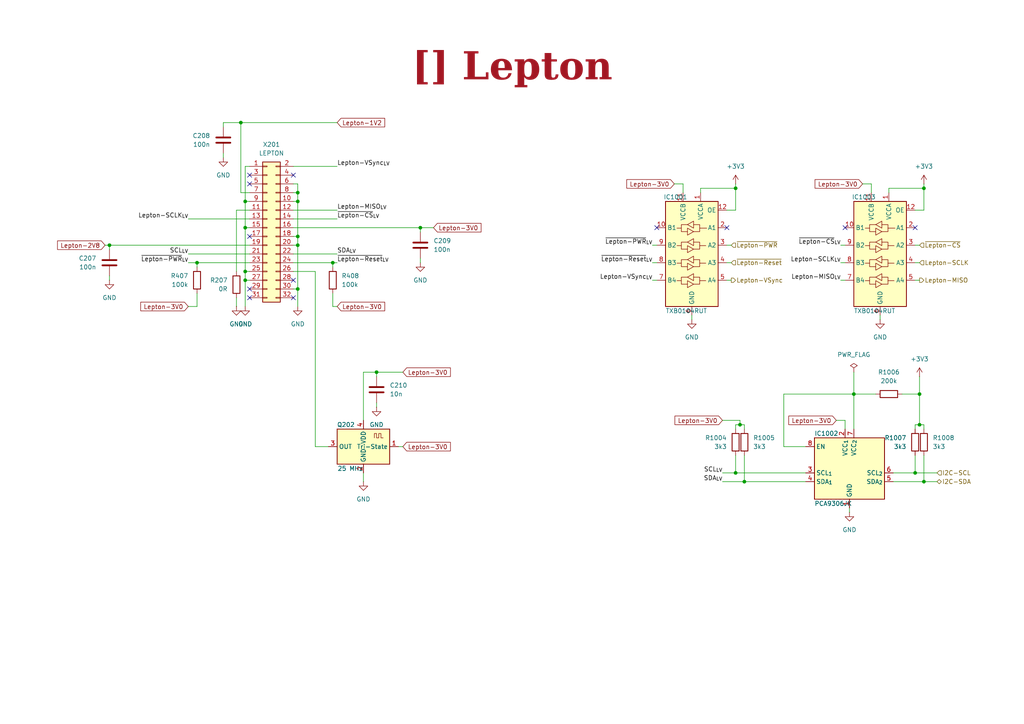
<source format=kicad_sch>
(kicad_sch (version 20250114) (generator "eeschema") (generator_version "9.0")
  (paper "A4")
  (title_block (title "Lepton") (date "2025-12-19") (rev "1") (company "${COMPANY}"))
  (lib_symbols
    (symbol "Connector_Generic:Conn_02x16_Odd_Even" (pin_names (offset 1.016) (hide yes))
      (property "Reference" "J" (at 1.27 20.32 0))
      (property "Value" "Conn_02x16_Odd_Even" (at 1.27 -22.86 0))
      (symbol "Conn_02x16_Odd_Even_1_1"
        (rectangle (start -1.27 19.05) (end 3.81 -21.59) (stroke (width 0.254)) (fill (type background)))
        (rectangle (start -1.27 17.907) (end 0 17.653) (stroke (width 0.1524)))
        (rectangle (start -1.27 15.367) (end 0 15.113) (stroke (width 0.1524)))
        (rectangle (start -1.27 12.827) (end 0 12.573) (stroke (width 0.1524)))
        (rectangle (start -1.27 10.287) (end 0 10.033) (stroke (width 0.1524)))
        (rectangle (start -1.27 7.747) (end 0 7.493) (stroke (width 0.1524)))
        (rectangle (start -1.27 5.207) (end 0 4.953) (stroke (width 0.1524)))
        (rectangle (start -1.27 2.667) (end 0 2.413) (stroke (width 0.1524)))
        (rectangle (start -1.27 0.127) (end 0 -0.127) (stroke (width 0.1524)))
        (rectangle (start -1.27 -2.413) (end 0 -2.667) (stroke (width 0.1524)))
        (rectangle (start -1.27 -4.953) (end 0 -5.207) (stroke (width 0.1524)))
        (rectangle (start -1.27 -7.493) (end 0 -7.747) (stroke (width 0.1524)))
        (rectangle (start -1.27 -10.033) (end 0 -10.287) (stroke (width 0.1524)))
        (rectangle (start -1.27 -12.573) (end 0 -12.827) (stroke (width 0.1524)))
        (rectangle (start -1.27 -15.113) (end 0 -15.367) (stroke (width 0.1524)))
        (rectangle (start -1.27 -17.653) (end 0 -17.907) (stroke (width 0.1524)))
        (rectangle (start -1.27 -20.193) (end 0 -20.447) (stroke (width 0.1524)))
        (rectangle (start 3.81 17.907) (end 2.54 17.653) (stroke (width 0.1524)))
        (rectangle (start 3.81 15.367) (end 2.54 15.113) (stroke (width 0.1524)))
        (rectangle (start 3.81 12.827) (end 2.54 12.573) (stroke (width 0.1524)))
        (rectangle (start 3.81 10.287) (end 2.54 10.033) (stroke (width 0.1524)))
        (rectangle (start 3.81 7.747) (end 2.54 7.493) (stroke (width 0.1524)))
        (rectangle (start 3.81 5.207) (end 2.54 4.953) (stroke (width 0.1524)))
        (rectangle (start 3.81 2.667) (end 2.54 2.413) (stroke (width 0.1524)))
        (rectangle (start 3.81 0.127) (end 2.54 -0.127) (stroke (width 0.1524)))
        (rectangle (start 3.81 -2.413) (end 2.54 -2.667) (stroke (width 0.1524)))
        (rectangle (start 3.81 -4.953) (end 2.54 -5.207) (stroke (width 0.1524)))
        (rectangle (start 3.81 -7.493) (end 2.54 -7.747) (stroke (width 0.1524)))
        (rectangle (start 3.81 -10.033) (end 2.54 -10.287) (stroke (width 0.1524)))
        (rectangle (start 3.81 -12.573) (end 2.54 -12.827) (stroke (width 0.1524)))
        (rectangle (start 3.81 -15.113) (end 2.54 -15.367) (stroke (width 0.1524)))
        (rectangle (start 3.81 -17.653) (end 2.54 -17.907) (stroke (width 0.1524)))
        (rectangle (start 3.81 -20.193) (end 2.54 -20.447) (stroke (width 0.1524)))
        (pin passive line (at -5.08 17.78 0) (length 3.81) (name "Pin_1") (number "1"))
        (pin passive line (at -5.08 15.24 0) (length 3.81) (name "Pin_3") (number "3"))
        (pin passive line (at -5.08 12.7 0) (length 3.81) (name "Pin_5") (number "5"))
        (pin passive line (at -5.08 10.16 0) (length 3.81) (name "Pin_7") (number "7"))
        (pin passive line (at -5.08 7.62 0) (length 3.81) (name "Pin_9") (number "9"))
        (pin passive line (at -5.08 5.08 0) (length 3.81) (name "Pin_11") (number "11"))
        (pin passive line (at -5.08 2.54 0) (length 3.81) (name "Pin_13") (number "13"))
        (pin passive line (at -5.08 0 0) (length 3.81) (name "Pin_15") (number "15"))
        (pin passive line (at -5.08 -2.54 0) (length 3.81) (name "Pin_17") (number "17"))
        (pin passive line (at -5.08 -5.08 0) (length 3.81) (name "Pin_19") (number "19"))
        (pin passive line (at -5.08 -7.62 0) (length 3.81) (name "Pin_21") (number "21"))
        (pin passive line (at -5.08 -10.16 0) (length 3.81) (name "Pin_23") (number "23"))
        (pin passive line (at -5.08 -12.7 0) (length 3.81) (name "Pin_25") (number "25"))
        (pin passive line (at -5.08 -15.24 0) (length 3.81) (name "Pin_27") (number "27"))
        (pin passive line (at -5.08 -17.78 0) (length 3.81) (name "Pin_29") (number "29"))
        (pin passive line (at -5.08 -20.32 0) (length 3.81) (name "Pin_31") (number "31"))
        (pin passive line (at 7.62 17.78 180) (length 3.81) (name "Pin_2") (number "2"))
        (pin passive line (at 7.62 15.24 180) (length 3.81) (name "Pin_4") (number "4"))
        (pin passive line (at 7.62 12.7 180) (length 3.81) (name "Pin_6") (number "6"))
        (pin passive line (at 7.62 10.16 180) (length 3.81) (name "Pin_8") (number "8"))
        (pin passive line (at 7.62 7.62 180) (length 3.81) (name "Pin_10") (number "10"))
        (pin passive line (at 7.62 5.08 180) (length 3.81) (name "Pin_12") (number "12"))
        (pin passive line (at 7.62 2.54 180) (length 3.81) (name "Pin_14") (number "14"))
        (pin passive line (at 7.62 0 180) (length 3.81) (name "Pin_16") (number "16"))
        (pin passive line (at 7.62 -2.54 180) (length 3.81) (name "Pin_18") (number "18"))
        (pin passive line (at 7.62 -5.08 180) (length 3.81) (name "Pin_20") (number "20"))
        (pin passive line (at 7.62 -7.62 180) (length 3.81) (name "Pin_22") (number "22"))
        (pin passive line (at 7.62 -10.16 180) (length 3.81) (name "Pin_24") (number "24"))
        (pin passive line (at 7.62 -12.7 180) (length 3.81) (name "Pin_26") (number "26"))
        (pin passive line (at 7.62 -15.24 180) (length 3.81) (name "Pin_28") (number "28"))
        (pin passive line (at 7.62 -17.78 180) (length 3.81) (name "Pin_30") (number "30"))
        (pin passive line (at 7.62 -20.32 180) (length 3.81) (name "Pin_32") (number "32"))
      )
    )
    (symbol "Device:C" (pin_numbers (hide yes)) (pin_names (offset 0.254))
      (property "Reference" "C" (at 0.635 2.54 0))
      (property "Value" "C" (at 0.635 -2.54 0))
      (symbol "C_0_1"
        (polyline (pts (xy -2.032 0.762) (xy 2.032 0.762)) (stroke (width 0.508)))
        (polyline (pts (xy -2.032 -0.762) (xy 2.032 -0.762)) (stroke (width 0.508)))
      )
      (symbol "C_1_1"
        (pin passive line (at 0 3.81 270) (length 2.794) (name "~") (number "1"))
        (pin passive line (at 0 -3.81 90) (length 2.794) (name "~") (number "2"))
      )
    )
    (symbol "Device:R" (pin_numbers (hide yes)) (pin_names (offset 0))
      (property "Reference" "R" (at 2.032 0 90))
      (property "Value" "R" (at 0 0 90))
      (symbol "R_0_1"
        (rectangle (start -1.016 -2.54) (end 1.016 2.54) (stroke (width 0.254)))
      )
      (symbol "R_1_1"
        (pin passive line (at 0 3.81 270) (length 1.27) (name "~") (number "1"))
        (pin passive line (at 0 -3.81 90) (length 1.27) (name "~") (number "2"))
      )
    )
    (symbol "Logic_LevelTranslator:TXB0104RUT"
      (property "Reference" "U" (at -6.35 16.51 0))
      (property "Value" "TXB0104RUT" (at 3.81 16.51 0))
      (symbol "TXB0104RUT_0_1"
        (rectangle (start -7.62 15.24) (end 7.62 -15.24) (stroke (width 0.254)) (fill (type background)))
        (polyline (pts (xy -2.286 7.493) (xy -2.286 8.509) (xy -0.508 8.509)))
        (polyline (pts (xy -2.286 2.413) (xy -2.286 3.429) (xy -0.508 3.429)))
        (polyline (pts (xy -2.286 -2.667) (xy -2.286 -1.651) (xy -0.508 -1.651)))
        (polyline (pts (xy -2.286 -7.747) (xy -2.286 -6.731) (xy -0.508 -6.731)))
        (polyline (pts (xy -0.508 6.477) (xy -2.286 6.477) (xy -2.286 7.493) (xy -4.318 7.493)))
        (polyline (pts (xy -0.508 6.477) (xy 1.27 7.493) (xy 1.27 5.461) (xy -0.508 6.477)))
        (polyline (pts (xy -0.508 1.397) (xy -2.286 1.397) (xy -2.286 2.413) (xy -4.064 2.413)))
        (polyline (pts (xy -0.508 1.397) (xy 1.27 2.413) (xy 1.27 0.381) (xy -0.508 1.397)))
        (polyline (pts (xy -0.508 -3.683) (xy -2.286 -3.683) (xy -2.286 -2.667) (xy -4.064 -2.667)))
        (polyline (pts (xy -0.508 -3.683) (xy 1.27 -2.667) (xy 1.27 -4.699) (xy -0.508 -3.683)))
        (polyline (pts (xy -0.508 -8.763) (xy -2.286 -8.763) (xy -2.286 -7.747) (xy -4.064 -7.747)))
        (polyline (pts (xy -0.508 -8.763) (xy 1.27 -7.747) (xy 1.27 -9.779) (xy -0.508 -8.763)))
        (polyline (pts (xy 1.27 8.509) (xy -0.508 7.493) (xy -0.508 9.525) (xy 1.27 8.509)))
        (polyline (pts (xy 1.27 8.509) (xy 3.048 8.509) (xy 3.048 7.493) (xy 4.318 7.493)))
        (polyline (pts (xy 1.27 3.429) (xy -0.508 2.413) (xy -0.508 4.445) (xy 1.27 3.429)))
        (polyline (pts (xy 1.27 3.429) (xy 3.048 3.429) (xy 3.048 2.413) (xy 4.318 2.413)))
        (polyline (pts (xy 1.27 -1.651) (xy -0.508 -2.667) (xy -0.508 -0.635) (xy 1.27 -1.651)))
        (polyline (pts (xy 1.27 -1.651) (xy 3.048 -1.651) (xy 3.048 -2.667) (xy 4.318 -2.667)))
        (polyline (pts (xy 1.27 -6.731) (xy -0.508 -7.747) (xy -0.508 -5.715) (xy 1.27 -6.731)))
        (polyline (pts (xy 1.27 -6.731) (xy 3.048 -6.731) (xy 3.048 -7.747) (xy 4.318 -7.747)))
        (polyline (pts (xy 3.048 7.493) (xy 3.048 6.477) (xy 1.27 6.477)))
        (polyline (pts (xy 3.048 2.413) (xy 3.048 1.397) (xy 1.27 1.397)))
        (polyline (pts (xy 3.048 -2.667) (xy 3.048 -3.683) (xy 1.27 -3.683)))
        (polyline (pts (xy 3.048 -7.747) (xy 3.048 -8.763) (xy 1.27 -8.763)))
      )
      (symbol "TXB0104RUT_1_1"
        (pin input line (at -10.16 12.7 0) (length 2.54) (name "OE") (number "12"))
        (pin tri_state line (at -10.16 7.62 0) (length 2.54) (name "A1") (number "2"))
        (pin tri_state line (at -10.16 2.54 0) (length 2.54) (name "A2") (number "3"))
        (pin tri_state line (at -10.16 -2.54 0) (length 2.54) (name "A3") (number "4"))
        (pin tri_state line (at -10.16 -7.62 0) (length 2.54) (name "A4") (number "5"))
        (pin power_in line (at -2.54 17.78 270) (length 2.54) (name "VCCA") (number "1"))
        (pin power_in line (at 0 -17.78 90) (length 2.54) (name "GND") (number "6"))
        (pin power_in line (at 2.54 17.78 270) (length 2.54) (name "VCCB") (number "11"))
        (pin tri_state line (at 10.16 7.62 180) (length 2.54) (name "B1") (number "10"))
        (pin tri_state line (at 10.16 2.54 180) (length 2.54) (name "B2") (number "9"))
        (pin tri_state line (at 10.16 -2.54 180) (length 2.54) (name "B3") (number "8"))
        (pin tri_state line (at 10.16 -7.62 180) (length 2.54) (name "B4") (number "7"))
      )
    )
    (symbol "NXP:PCA9306JK"
      (property "Reference" "IC" (at -8.89 10.16 0))
      (property "Value" "PCA9306JKZ" (at -4.826 -10.16 0))
      (symbol "PCA9306JK_0_0"
        (rectangle (start -10.16 8.89) (end 10.16 -8.89) (stroke (width 0.254)) (fill (type background)))
      )
      (symbol "PCA9306JK_1_0"
        (pin input line (at -12.7 6.35 0) (length 2.54) (name "EN") (number "8"))
        (pin bidirectional line (at -12.7 -1.27 0) (length 2.54) (name "SCL_{1}") (number "3"))
        (pin bidirectional line (at -12.7 -3.81 0) (length 2.54) (name "SDA_{1}") (number "4"))
        (pin power_in line (at -1.27 11.43 270) (length 2.54) (name "VCC_{1}") (number "2"))
        (pin power_in line (at 0 -11.43 90) (length 2.54) (name "GND") (number "1"))
        (pin power_in line (at 1.27 11.43 270) (length 2.54) (name "VCC_{2}") (number "7"))
        (pin bidirectional line (at 12.7 -1.27 180) (length 2.54) (name "SCL_{2}") (number "6"))
        (pin bidirectional line (at 12.7 -3.81 180) (length 2.54) (name "SDA_{2}") (number "5"))
      )
    )
    (symbol "Oscillator:ASCO"
      (property "Reference" "Y" (at -7.62 6.35 0))
      (property "Value" "ASCO" (at 1.27 -6.35 0))
      (symbol "ASCO_0_1"
        (rectangle (start -7.62 5.08) (end 7.62 -5.08) (stroke (width 0.254)) (fill (type background)))
        (polyline (pts (xy -5.715 2.54) (xy -5.08 2.54) (xy -5.08 3.81) (xy -4.445 3.81) (xy -4.445 2.54) (xy -3.81 2.54) (xy -3.81 3.81) (xy -3.175 3.81) (xy -3.175 2.54)))
      )
      (symbol "ASCO_1_1"
        (pin input line (at -10.16 0 0) (length 2.54) (name "Tri-State") (number "1"))
        (pin power_in line (at 0 7.62 270) (length 2.54) (name "VDD") (number "4"))
        (pin power_in line (at 0 -7.62 90) (length 2.54) (name "GND") (number "2"))
        (pin output line (at 10.16 0 180) (length 2.54) (name "OUT") (number "3"))
      )
    )
    (symbol "power:+3V3" (power) (pin_numbers (hide yes)) (pin_names (offset 0) (hide yes))
      (property "Value" "+3V3" (at 0 3.556 0))
      (symbol "+3V3_0_1"
        (polyline (pts (xy -0.762 1.27) (xy 0 2.54)))
        (polyline (pts (xy 0 2.54) (xy 0.762 1.27)))
        (polyline (pts (xy 0 0) (xy 0 2.54)))
      )
      (symbol "+3V3_1_1"
        (pin power_in line (at 0 0 90) (length 0) (name "~") (number "1"))
      )
    )
    (symbol "power:GND" (power) (pin_numbers (hide yes)) (pin_names (offset 0) (hide yes))
      (property "Value" "GND" (at 0 -3.81 0))
      (symbol "GND_0_1"
        (polyline (pts (xy 0 0) (xy 0 -1.27) (xy 1.27 -1.27) (xy 0 -2.54) (xy -1.27 -1.27) (xy 0 -1.27)))
      )
      (symbol "GND_1_1"
        (pin power_in line (at 0 0 270) (length 0) (name "~") (number "1"))
      )
    )
    (symbol "power:PWR_FLAG" (power) (pin_numbers (hide yes)) (pin_names (offset 0) (hide yes))
      (property "Value" "PWR_FLAG" (at 0 3.81 0))
      (symbol "PWR_FLAG_0_0"
        (pin power_out line (at 0 0 90) (length 0) (name "~") (number "1"))
      )
      (symbol "PWR_FLAG_0_1"
        (polyline (pts (xy 0 0) (xy 0 1.27) (xy -1.016 1.905) (xy 0 2.54) (xy 1.016 1.905) (xy 0 1.27)))
      )
    )
  )
  (text_box "[${#}] ${TITLE}" (at 12.7 12.7 0) (size 271.78 13.97) (margins 5.9999 5.9999 5.9999 5.9999) (stroke (width -0.0001)) (effects (font (size 8 8) (thickness 1.2) (bold yes))))
  (junction (at 86.36 55.88))
  (junction (at 69.85 35.56))
  (junction (at 57.15 76.2))
  (junction (at 109.22 107.95))
  (junction (at 267.97 54.61))
  (junction (at 213.36 137.16))
  (junction (at 31.75 71.12))
  (junction (at 71.12 81.28))
  (junction (at 214.63 123.19))
  (junction (at 96.52 76.2))
  (junction (at 71.12 66.04))
  (junction (at 213.36 54.61))
  (junction (at 215.9 139.7))
  (junction (at 86.36 71.12))
  (junction (at 267.97 139.7))
  (junction (at 71.12 58.42))
  (junction (at 247.65 114.3))
  (junction (at 266.7 123.19))
  (junction (at 265.43 137.16))
  (junction (at 71.12 78.74))
  (junction (at 86.36 68.58))
  (junction (at 121.92 66.04))
  (junction (at 86.36 58.42))
  (junction (at 266.7 114.3))
  (junction (at 86.36 83.82))
  (no_connect (at 72.39 50.8))
  (no_connect (at 210.82 66.04))
  (no_connect (at 72.39 83.82))
  (no_connect (at 72.39 68.58))
  (no_connect (at 190.5 66.04))
  (no_connect (at 265.43 66.04))
  (no_connect (at 72.39 53.34))
  (no_connect (at 72.39 86.36))
  (no_connect (at 85.09 86.36))
  (no_connect (at 85.09 81.28))
  (no_connect (at 85.09 50.8))
  (no_connect (at 245.11 66.04))
  (wire (pts (xy 266.7 109.22) (xy 266.7 114.3)))
  (wire (pts (xy 116.84 129.54) (xy 115.57 129.54)))
  (wire (pts (xy 86.36 53.34) (xy 86.36 55.88)))
  (wire (pts (xy 85.09 68.58) (xy 86.36 68.58)))
  (wire (pts (xy 259.08 137.16) (xy 265.43 137.16)))
  (wire (pts (xy 265.43 81.28) (xy 266.7 81.28)))
  (wire (pts (xy 267.97 60.96) (xy 265.43 60.96)))
  (wire (pts (xy 214.63 123.19) (xy 214.63 121.92)))
  (wire (pts (xy 105.41 137.16) (xy 105.41 139.7)))
  (wire (pts (xy 85.09 66.04) (xy 121.92 66.04)))
  (wire (pts (xy 265.43 76.2) (xy 266.7 76.2)))
  (wire (pts (xy 57.15 77.47) (xy 57.15 76.2)))
  (wire (pts (xy 246.38 147.32) (xy 246.38 148.59)))
  (wire (pts (xy 109.22 107.95) (xy 109.22 109.22)))
  (wire (pts (xy 105.41 107.95) (xy 109.22 107.95)))
  (wire (pts (xy 215.9 123.19) (xy 215.9 124.46)))
  (wire (pts (xy 68.58 86.36) (xy 68.58 88.9)))
  (wire (pts (xy 267.97 53.34) (xy 267.97 54.61)))
  (wire (pts (xy 255.27 91.44) (xy 255.27 92.71)))
  (wire (pts (xy 31.75 80.01) (xy 31.75 81.28)))
  (wire (pts (xy 213.36 132.08) (xy 213.36 137.16)))
  (wire (pts (xy 213.36 137.16) (xy 233.68 137.16)))
  (wire (pts (xy 267.97 132.08) (xy 267.97 139.7)))
  (wire (pts (xy 243.84 76.2) (xy 245.11 76.2)))
  (wire (pts (xy 64.77 35.56) (xy 69.85 35.56)))
  (wire (pts (xy 213.36 60.96) (xy 210.82 60.96)))
  (wire (pts (xy 247.65 114.3) (xy 254 114.3)))
  (wire (pts (xy 203.2 54.61) (xy 203.2 55.88)))
  (wire (pts (xy 250.19 53.34) (xy 252.73 53.34)))
  (wire (pts (xy 265.43 132.08) (xy 265.43 137.16)))
  (wire (pts (xy 189.23 76.2) (xy 190.5 76.2)))
  (wire (pts (xy 85.09 48.26) (xy 97.79 48.26)))
  (wire (pts (xy 267.97 54.61) (xy 267.97 60.96)))
  (wire (pts (xy 189.23 71.12) (xy 190.5 71.12)))
  (wire (pts (xy 267.97 124.46) (xy 267.97 123.19)))
  (wire (pts (xy 54.61 63.5) (xy 72.39 63.5)))
  (wire (pts (xy 85.09 60.96) (xy 97.79 60.96)))
  (wire (pts (xy 85.09 83.82) (xy 86.36 83.82)))
  (wire (pts (xy 96.52 76.2) (xy 96.52 77.47)))
  (wire (pts (xy 91.44 78.74) (xy 85.09 78.74)))
  (wire (pts (xy 116.84 107.95) (xy 109.22 107.95)))
  (wire (pts (xy 57.15 88.9) (xy 57.15 85.09)))
  (wire (pts (xy 57.15 76.2) (xy 72.39 76.2)))
  (wire (pts (xy 71.12 58.42) (xy 72.39 58.42)))
  (wire (pts (xy 105.41 121.92) (xy 105.41 107.95)))
  (wire (pts (xy 72.39 48.26) (xy 71.12 48.26)))
  (wire (pts (xy 215.9 139.7) (xy 233.68 139.7)))
  (wire (pts (xy 71.12 58.42) (xy 71.12 66.04)))
  (wire (pts (xy 257.81 54.61) (xy 267.97 54.61)))
  (wire (pts (xy 203.2 54.61) (xy 213.36 54.61)))
  (wire (pts (xy 259.08 139.7) (xy 267.97 139.7)))
  (wire (pts (xy 266.7 123.19) (xy 265.43 123.19)))
  (wire (pts (xy 54.61 88.9) (xy 57.15 88.9)))
  (wire (pts (xy 267.97 123.19) (xy 266.7 123.19)))
  (wire (pts (xy 267.97 139.7) (xy 271.78 139.7)))
  (wire (pts (xy 266.7 114.3) (xy 266.7 123.19)))
  (wire (pts (xy 245.11 121.92) (xy 245.11 124.46)))
  (wire (pts (xy 85.09 63.5) (xy 97.79 63.5)))
  (wire (pts (xy 227.33 114.3) (xy 247.65 114.3)))
  (wire (pts (xy 209.55 139.7) (xy 215.9 139.7)))
  (wire (pts (xy 210.82 71.12) (xy 212.09 71.12)))
  (wire (pts (xy 200.66 91.44) (xy 200.66 92.71)))
  (wire (pts (xy 189.23 81.28) (xy 190.5 81.28)))
  (wire (pts (xy 71.12 78.74) (xy 71.12 81.28)))
  (wire (pts (xy 265.43 71.12) (xy 266.7 71.12)))
  (wire (pts (xy 72.39 81.28) (xy 71.12 81.28)))
  (wire (pts (xy 86.36 58.42) (xy 86.36 68.58)))
  (wire (pts (xy 86.36 83.82) (xy 86.36 88.9)))
  (wire (pts (xy 71.12 48.26) (xy 71.12 58.42)))
  (wire (pts (xy 252.73 53.34) (xy 252.73 55.88)))
  (wire (pts (xy 71.12 78.74) (xy 72.39 78.74)))
  (wire (pts (xy 86.36 68.58) (xy 86.36 71.12)))
  (wire (pts (xy 247.65 107.95) (xy 247.65 114.3)))
  (wire (pts (xy 54.61 73.66) (xy 72.39 73.66)))
  (wire (pts (xy 96.52 88.9) (xy 97.79 88.9)))
  (wire (pts (xy 215.9 132.08) (xy 215.9 139.7)))
  (wire (pts (xy 64.77 35.56) (xy 64.77 36.83)))
  (wire (pts (xy 121.92 74.93) (xy 121.92 76.2)))
  (wire (pts (xy 31.75 71.12) (xy 72.39 71.12)))
  (wire (pts (xy 72.39 55.88) (xy 69.85 55.88)))
  (wire (pts (xy 86.36 55.88) (xy 86.36 58.42)))
  (wire (pts (xy 195.58 53.34) (xy 198.12 53.34)))
  (wire (pts (xy 68.58 60.96) (xy 72.39 60.96)))
  (wire (pts (xy 257.81 54.61) (xy 257.81 55.88)))
  (wire (pts (xy 97.79 76.2) (xy 96.52 76.2)))
  (wire (pts (xy 121.92 66.04) (xy 121.92 67.31)))
  (wire (pts (xy 71.12 66.04) (xy 72.39 66.04)))
  (wire (pts (xy 213.36 54.61) (xy 213.36 60.96)))
  (wire (pts (xy 30.48 71.12) (xy 31.75 71.12)))
  (wire (pts (xy 227.33 129.54) (xy 233.68 129.54)))
  (wire (pts (xy 209.55 137.16) (xy 213.36 137.16)))
  (wire (pts (xy 71.12 66.04) (xy 71.12 78.74)))
  (wire (pts (xy 91.44 129.54) (xy 91.44 78.74)))
  (wire (pts (xy 212.09 81.28) (xy 210.82 81.28)))
  (wire (pts (xy 243.84 71.12) (xy 245.11 71.12)))
  (wire (pts (xy 31.75 71.12) (xy 31.75 72.39)))
  (wire (pts (xy 96.52 85.09) (xy 96.52 88.9)))
  (wire (pts (xy 213.36 124.46) (xy 213.36 123.19)))
  (wire (pts (xy 85.09 58.42) (xy 86.36 58.42)))
  (wire (pts (xy 198.12 53.34) (xy 198.12 55.88)))
  (wire (pts (xy 247.65 114.3) (xy 247.65 124.46)))
  (wire (pts (xy 64.77 44.45) (xy 64.77 45.72)))
  (wire (pts (xy 210.82 76.2) (xy 212.09 76.2)))
  (wire (pts (xy 91.44 129.54) (xy 95.25 129.54)))
  (wire (pts (xy 85.09 55.88) (xy 86.36 55.88)))
  (wire (pts (xy 109.22 116.84) (xy 109.22 118.11)))
  (wire (pts (xy 69.85 35.56) (xy 97.79 35.56)))
  (wire (pts (xy 214.63 123.19) (xy 215.9 123.19)))
  (wire (pts (xy 68.58 60.96) (xy 68.58 78.74)))
  (wire (pts (xy 121.92 66.04) (xy 125.73 66.04)))
  (wire (pts (xy 209.55 121.92) (xy 214.63 121.92)))
  (wire (pts (xy 85.09 71.12) (xy 86.36 71.12)))
  (wire (pts (xy 261.62 114.3) (xy 266.7 114.3)))
  (wire (pts (xy 69.85 35.56) (xy 69.85 55.88)))
  (wire (pts (xy 265.43 123.19) (xy 265.43 124.46)))
  (wire (pts (xy 227.33 114.3) (xy 227.33 129.54)))
  (wire (pts (xy 213.36 53.34) (xy 213.36 54.61)))
  (wire (pts (xy 213.36 123.19) (xy 214.63 123.19)))
  (wire (pts (xy 86.36 71.12) (xy 86.36 83.82)))
  (wire (pts (xy 96.52 76.2) (xy 85.09 76.2)))
  (wire (pts (xy 242.57 121.92) (xy 245.11 121.92)))
  (wire (pts (xy 71.12 81.28) (xy 71.12 88.9)))
  (wire (pts (xy 265.43 137.16) (xy 271.78 137.16)))
  (wire (pts (xy 85.09 53.34) (xy 86.36 53.34)))
  (wire (pts (xy 54.61 76.2) (xy 57.15 76.2)))
  (wire (pts (xy 85.09 73.66) (xy 97.79 73.66)))
  (wire (pts (xy 243.84 81.28) (xy 245.11 81.28)))
  (label "~{Lepton-CS}_{LV}" (at 97.79 63.5 0))
  (label "SDA_{LV}" (at 209.55 139.7 180))
  (label "~{Lepton-CS}_{LV}" (at 243.84 71.12 180))
  (label "Lepton-SCLK_{LV}" (at 54.61 63.5 180))
  (label "SDA_{LV}" (at 97.79 73.66 0))
  (label "~{Lepton-PWR}_{LV}" (at 54.61 76.2 180))
  (label "SCL_{LV}" (at 54.61 73.66 180))
  (label "~{Lepton-Reset}_{LV}" (at 189.23 76.2 180))
  (label "Lepton-VSync_{LV}" (at 189.23 81.28 180))
  (label "Lepton-MISO_{LV}" (at 97.79 60.96 0))
  (label "~{Lepton-PWR}_{LV}" (at 189.23 71.12 180))
  (label "~{Lepton-Reset}_{LV}" (at 97.79 76.2 0))
  (label "SCL_{LV}" (at 209.55 137.16 180))
  (label "Lepton-MISO_{LV}" (at 243.84 81.28 180))
  (label "Lepton-VSync_{LV}" (at 97.79 48.26 0))
  (label "Lepton-SCLK_{LV}" (at 243.84 76.2 180))
  (global_label "Lepton-3V0" (shape input) (at 116.84 129.54 0) (property "Intersheetrefs" "${INTERSHEET_REFS}" (effects (hide yes))))
  (global_label "Lepton-3V0" (shape input) (at 125.73 66.04 0) (property "Intersheetrefs" "${INTERSHEET_REFS}" (effects (hide yes))))
  (global_label "Lepton-3V0" (shape input) (at 209.55 121.92 180) (property "Intersheetrefs" "${INTERSHEET_REFS}" (effects (hide yes))))
  (global_label "Lepton-2V8" (shape input) (at 30.48 71.12 180) (property "Intersheetrefs" "${INTERSHEET_REFS}" (effects (hide yes))))
  (global_label "Lepton-3V0" (shape input) (at 195.58 53.34 180) (property "Intersheetrefs" "${INTERSHEET_REFS}" (effects (hide yes))))
  (global_label "Lepton-3V0" (shape input) (at 242.57 121.92 180) (property "Intersheetrefs" "${INTERSHEET_REFS}" (effects (hide yes))))
  (global_label "Lepton-3V0" (shape input) (at 97.79 88.9 0) (property "Intersheetrefs" "${INTERSHEET_REFS}" (effects (hide yes))))
  (global_label "Lepton-1V2" (shape input) (at 97.79 35.56 0) (property "Intersheetrefs" "${INTERSHEET_REFS}" (effects (hide yes))))
  (global_label "Lepton-3V0" (shape input) (at 250.19 53.34 180) (property "Intersheetrefs" "${INTERSHEET_REFS}" (effects (hide yes))))
  (global_label "Lepton-3V0" (shape input) (at 116.84 107.95 0) (property "Intersheetrefs" "${INTERSHEET_REFS}" (effects (hide yes))))
  (global_label "Lepton-3V0" (shape input) (at 54.61 88.9 180) (property "Intersheetrefs" "${INTERSHEET_REFS}" (effects (hide yes))))
  (hierarchical_label "~{Lepton-CS}" (shape input) (at 266.7 71.12 0))
  (hierarchical_label "I2C-SDA" (shape bidirectional) (at 271.78 139.7 0))
  (hierarchical_label "Lepton-MISO" (shape output) (at 266.7 81.28 0))
  (hierarchical_label "Lepton-VSync" (shape output) (at 212.09 81.28 0))
  (hierarchical_label "~{Lepton-Reset}" (shape input) (at 212.09 76.2 0))
  (hierarchical_label "Lepton-SCLK" (shape input) (at 266.7 76.2 0))
  (hierarchical_label "~{Lepton-PWR}" (shape input) (at 212.09 71.12 0))
  (hierarchical_label "I2C-SCL" (shape input) (at 271.78 137.16 0))
  (symbol (lib_id "Oscillator:ASCO") (at 105.41 129.54 0) (mirror y) (unit 1)
    (property "Reference" "Y1001" (at 100.33 123.19 0))
    (property "Value" "25 MHz" (at 101.6 135.89 0))
    (property "Footprint" "Oscillator:Oscillator_SMD_Abracon_ASDMB-4Pin_2.5x2.0mm" (effects (hide yes)))
    (property "Datasheet" "https://www.mouser.de/datasheet/2/3/ASDDV-1826270.pdf" (effects (hide yes)))
    (property "Description" "Crystal Clock Oscillator, Abracon ASCO" (effects (hide yes)))
    (property "manf" "ASDDV-25.000MHz-LC-T3" (effects (hide yes)))
    (property "manf#" "ABRACON" (effects (hide yes)))
    (property "mouser#" "815-ASDDV2500MHZLCT3" (effects (hide yes)))
    (instances (project "Thermal Cam" (path "" (reference "Q202") (unit 1))) (project "Thermal Cam" (path "" (reference "Y1001") (unit 1))))
  )
  (symbol (lib_id "power:+3V3") (at 213.36 53.34 0) (unit 1)
    (property "Reference" "#PWR01010" (effects (hide yes)))
    (property "Value" "+3V3" (at 213.36 48.26 0))
    (property "Description" "Power symbol creates a global label with name \"+3V3\"" (effects (hide yes)))
  )
  (symbol (lib_id "power:GND") (at 121.92 76.2 0) (unit 1)
    (property "Reference" "#PWR01008" (effects (hide yes)))
    (property "Value" "GND" (at 121.92 81.28 0))
    (property "Description" "Power symbol creates a global label with name \"GND\" , ground" (effects (hide yes)))
    (instances (project "Thermal Cam" (path "" (reference "#PWR0231") (unit 1))) (project "Thermal Cam" (path "" (reference "#PWR01008") (unit 1))))
  )
  (symbol (lib_id "Device:R") (at 265.43 128.27 0) (mirror x) (unit 1)
    (property "Reference" "R1007" (at 262.89 127 0) (effects (justify right)))
    (property "Value" "3k3" (at 262.89 129.54 0) (effects (justify right)))
    (property "Footprint" "Resistor_SMD:R_0603_1608Metric" (effects (hide yes)))
    (property "Description" "Resistor" (effects (hide yes)))
    (property "manf" "YAGEO" (effects (hide yes)))
    (property "manf#" "RC0603FR-073K3L" (effects (hide yes)))
  )
  (symbol (lib_id "Device:C") (at 109.22 113.03 0) (mirror y) (unit 1)
    (property "Reference" "C1003" (at 113.03 111.7599 0) (effects (justify right)))
    (property "Value" "10n" (at 113.03 114.2999 0) (effects (justify right)))
    (property "Footprint" "Capacitor_SMD:C_0603_1608Metric" (effects (hide yes)))
    (property "Datasheet" "https://www.mouser.de/datasheet/2/40/cx5r_KGM-3223198.pdf" (effects (hide yes)))
    (property "Description" "Unpolarized capacitor" (effects (hide yes)))
    (property "manf" "KYOCERA AVX" (effects (hide yes)))
    (property "manf#" "06035A103KAT2A" (effects (hide yes)))
    (property "mouser#" "581-06035A103KAT2A" (effects (hide yes)))
    (instances (project "Thermal Cam" (path "" (reference "C210") (unit 1))) (project "Thermal Cam" (path "" (reference "C1003") (unit 1))))
  )
  (symbol (lib_id "power:GND") (at 200.66 92.71 0) (unit 1)
    (property "Reference" "#PWR01009" (effects (hide yes)))
    (property "Value" "GND" (at 200.66 97.79 0))
    (property "Description" "Power symbol creates a global label with name \"GND\" , ground" (effects (hide yes)))
  )
  (symbol (lib_id "Logic_LevelTranslator:TXB0104RUT") (at 200.66 73.66 0) (mirror y) (unit 1)
    (property "Reference" "IC1001" (at 199.39 57.15 0) (effects (justify left)))
    (property "Value" "TXB0104RUT" (at 205.105 90.17 0) (effects (justify left)))
    (property "Footprint" "Package_DFN_QFN:Texas_R-PUQFN-N12" (effects (hide yes)))
    (property "Datasheet" "http://www.ti.com/lit/ds/symlink/txb0104.pdf" (effects (hide yes)))
    (property "Description" "4-Bit Bidirectional Voltage-Level Translator, Auto Direction Sensing and ±15-kV ESD Protection, 1.2 - 3.6V APort, 1.65 - 5.5V BPort, Texas_PUQFN-12" (effects (hide yes)))
    (property "manf" "Texas Instruments" (effects (hide yes)))
    (property "manf#" "TXB0104RUTR" (effects (hide yes)))
    (property "mouser#" "595-TXB0104RUTR" (effects (hide yes)))
  )
  (symbol (lib_id "Device:C") (at 31.75 76.2 0) (unit 1)
    (property "Reference" "C1001" (at 27.94 74.9299 0) (effects (justify right)))
    (property "Value" "100n" (at 27.94 77.4699 0) (effects (justify right)))
    (property "Footprint" "Capacitor_SMD:C_0603_1608Metric" (effects (hide yes)))
    (property "Datasheet" "https://www.mouser.de/datasheet/2/40/cx5r_KGM-3223198.pdf" (effects (hide yes)))
    (property "Description" "Unpolarized capacitor" (effects (hide yes)))
    (property "manf" "KYOCERA AVX" (effects (hide yes)))
    (property "manf#" "06031C104MAT2A" (effects (hide yes)))
    (property "mouser#" "581-06031C104MAT2A" (effects (hide yes)))
    (instances (project "Thermal Cam" (path "" (reference "C207") (unit 1))) (project "Thermal Cam" (path "" (reference "C1001") (unit 1))))
  )
  (symbol (lib_id "power:GND") (at 86.36 88.9 0) (unit 1)
    (property "Reference" "#PWR01005" (effects (hide yes)))
    (property "Value" "GND" (at 86.36 93.98 0))
    (property "Description" "Power symbol creates a global label with name \"GND\" , ground" (effects (hide yes)))
    (instances (project "Thermal Cam" (path "" (reference "#PWR0227") (unit 1))) (project "Thermal Cam" (path "" (reference "#PWR01005") (unit 1))))
  )
  (symbol (lib_id "Device:C") (at 121.92 71.12 0) (mirror y) (unit 1)
    (property "Reference" "C1004" (at 125.73 69.8499 0) (effects (justify right)))
    (property "Value" "100n" (at 125.73 72.3899 0) (effects (justify right)))
    (property "Footprint" "Capacitor_SMD:C_0603_1608Metric" (effects (hide yes)))
    (property "Datasheet" "https://www.mouser.de/datasheet/2/40/cx5r_KGM-3223198.pdf" (effects (hide yes)))
    (property "Description" "Unpolarized capacitor" (effects (hide yes)))
    (property "manf" "KYOCERA AVX" (effects (hide yes)))
    (property "manf#" "06031C104MAT2A" (effects (hide yes)))
    (property "mouser#" "581-06031C104MAT2A" (effects (hide yes)))
    (instances (project "Thermal Cam" (path "" (reference "C209") (unit 1))) (project "Thermal Cam" (path "" (reference "C1004") (unit 1))))
  )
  (symbol (lib_id "power:+3V3") (at 267.97 53.34 0) (unit 1)
    (property "Reference" "#PWR01014" (effects (hide yes)))
    (property "Value" "+3V3" (at 267.97 48.26 0))
    (property "Description" "Power symbol creates a global label with name \"+3V3\"" (effects (hide yes)))
  )
  (symbol (lib_id "power:GND") (at 64.77 45.72 0) (unit 1)
    (property "Reference" "#PWR01002" (effects (hide yes)))
    (property "Value" "GND" (at 64.77 50.8 0))
    (property "Description" "Power symbol creates a global label with name \"GND\" , ground" (effects (hide yes)))
    (instances (project "Thermal Cam" (path "" (reference "#PWR0223") (unit 1))) (project "Thermal Cam" (path "" (reference "#PWR01002") (unit 1))))
  )
  (symbol (lib_id "Device:R") (at 57.15 81.28 180) (unit 1)
    (property "Reference" "R1001" (at 54.61 80.0099 0) (effects (justify left)))
    (property "Value" "100k" (at 54.61 82.5499 0) (effects (justify left)))
    (property "Footprint" "Resistor_SMD:R_0603_1608Metric" (effects (hide yes)))
    (property "Datasheet" "https://www.mouser.de/datasheet/2/54/cr-1858361.pdf" (effects (hide yes)))
    (property "Description" "Resistor" (effects (hide yes)))
    (property "manf" "Bourns" (effects (hide yes)))
    (property "manf#" "CR0603-JW-104ELF" (effects (hide yes)))
    (property "mouser#" "652-CR0603-JW-104ELF" (effects (hide yes)))
    (instances (project "Thermal Cam" (path "" (reference "R407") (unit 1))) (project "Thermal Cam" (path "" (reference "R1001") (unit 1))))
  )
  (symbol (lib_id "power:GND") (at 31.75 81.28 0) (unit 1)
    (property "Reference" "#PWR01001" (effects (hide yes)))
    (property "Value" "GND" (at 31.75 86.36 0))
    (property "Description" "Power symbol creates a global label with name \"GND\" , ground" (effects (hide yes)))
    (instances (project "Thermal Cam" (path "" (reference "#PWR0222") (unit 1))) (project "Thermal Cam" (path "" (reference "#PWR01001") (unit 1))))
  )
  (symbol (lib_id "Device:R") (at 96.52 81.28 0) (mirror x) (unit 1)
    (property "Reference" "R1003" (at 99.06 80.0099 0) (effects (justify left)))
    (property "Value" "100k" (at 99.06 82.5499 0) (effects (justify left)))
    (property "Footprint" "Resistor_SMD:R_0603_1608Metric" (effects (hide yes)))
    (property "Datasheet" "https://www.mouser.de/datasheet/2/54/cr-1858361.pdf" (effects (hide yes)))
    (property "Description" "Resistor" (effects (hide yes)))
    (property "manf" "Bourns" (effects (hide yes)))
    (property "manf#" "CR0603-JW-104ELF" (effects (hide yes)))
    (property "mouser#" "652-CR0603-JW-104ELF" (effects (hide yes)))
    (instances (project "Thermal Cam" (path "" (reference "R408") (unit 1))) (project "Thermal Cam" (path "" (reference "R1003") (unit 1))))
  )
  (symbol (lib_id "Device:R") (at 257.81 114.3 270) (mirror x) (unit 1)
    (property "Reference" "R1006" (at 257.81 107.95 90))
    (property "Value" "200k" (at 257.81 110.49 90))
    (property "Footprint" "Resistor_SMD:R_0603_1608Metric" (effects (hide yes)))
    (property "Description" "Resistor" (effects (hide yes)))
    (property "manf" "YAGEO" (effects (hide yes)))
    (property "manf#" "RC0603FR-07200KL" (effects (hide yes)))
  )
  (symbol (lib_id "power:GND") (at 255.27 92.71 0) (unit 1)
    (property "Reference" "#PWR01012" (effects (hide yes)))
    (property "Value" "GND" (at 255.27 97.79 0))
    (property "Description" "Power symbol creates a global label with name \"GND\" , ground" (effects (hide yes)))
  )
  (symbol (lib_id "Connector_Generic:Conn_02x16_Odd_Even") (at 77.47 66.04 0) (unit 1)
    (property "Reference" "X1001" (at 78.74 41.91 0))
    (property "Value" "LEPTON" (at 78.74 44.45 0))
    (property "Footprint" "Molex:105028-1001" (effects (hide yes)))
    (property "Datasheet" "https://www.molex.com/content/dam/molex/molex-dot-com/products/automated/en-us/salesdrawingpdf/105/105028/1050281001_sd.pdf" (effects (hide yes)))
    (property "Description" "Generic connector, double row, 02x16, odd/even pin numbering scheme (row 1 odd numbers, row 2 even numbers), script generated (kicad-library-utils/schlib/autogen/connector/)" (effects (hide yes)))
    (property "manf" "Molex" (effects (hide yes)))
    (property "manf#" "105028-1001" (effects (hide yes)))
    (property "mouser#" "538-105028-1001" (effects (hide yes)))
    (instances (project "Thermal Cam" (path "" (reference "X201") (unit 1))) (project "Thermal Cam" (path "" (reference "X1001") (unit 1))))
  )
  (symbol (lib_id "Device:R") (at 267.97 128.27 180) (unit 1)
    (property "Reference" "R1008" (at 270.51 127 0) (effects (justify right)))
    (property "Value" "3k3" (at 270.51 129.54 0) (effects (justify right)))
    (property "Footprint" "Resistor_SMD:R_0603_1608Metric" (effects (hide yes)))
    (property "Description" "Resistor" (effects (hide yes)))
    (property "manf" "YAGEO" (effects (hide yes)))
    (property "manf#" "RC0603FR-073K3L" (effects (hide yes)))
  )
  (symbol (lib_id "power:GND") (at 68.58 88.9 0) (unit 1)
    (property "Reference" "#PWR01003" (effects (hide yes)))
    (property "Value" "GND" (at 68.58 93.98 0))
    (property "Description" "Power symbol creates a global label with name \"GND\" , ground" (effects (hide yes)))
    (instances (project "Thermal Cam" (path "" (reference "#PWR0224") (unit 1))) (project "Thermal Cam" (path "" (reference "#PWR01003") (unit 1))))
  )
  (symbol (lib_id "power:PWR_FLAG") (at 247.65 107.95 0) (unit 1)
    (property "Reference" "#FLG01001" (effects (hide yes)))
    (property "Value" "PWR_FLAG" (at 247.65 102.87 0))
    (property "Description" "Special symbol for telling ERC where power comes from" (effects (hide yes)))
  )
  (symbol (lib_id "Device:R") (at 213.36 128.27 0) (mirror x) (unit 1)
    (property "Reference" "R1004" (at 210.82 127 0) (effects (justify right)))
    (property "Value" "3k3" (at 210.82 129.54 0) (effects (justify right)))
    (property "Footprint" "Resistor_SMD:R_0603_1608Metric" (effects (hide yes)))
    (property "Description" "Resistor" (effects (hide yes)))
    (property "manf" "YAGEO" (effects (hide yes)))
    (property "manf#" "RC0603FR-073K3L" (effects (hide yes)))
  )
  (symbol (lib_id "power:GND") (at 246.38 148.59 0) (unit 1)
    (property "Reference" "#PWR01011" (effects (hide yes)))
    (property "Value" "GND" (at 246.38 153.67 0))
    (property "Description" "Power symbol creates a global label with name \"GND\" , ground" (effects (hide yes)))
  )
  (symbol (lib_id "Device:R") (at 215.9 128.27 180) (unit 1)
    (property "Reference" "R1005" (at 218.44 127 0) (effects (justify right)))
    (property "Value" "3k3" (at 218.44 129.54 0) (effects (justify right)))
    (property "Footprint" "Resistor_SMD:R_0603_1608Metric" (effects (hide yes)))
    (property "Description" "Resistor" (effects (hide yes)))
    (property "manf" "YAGEO" (effects (hide yes)))
    (property "manf#" "RC0603FR-073K3L" (effects (hide yes)))
  )
  (symbol (lib_id "NXP:PCA9306JK") (at 246.38 135.89 0) (unit 1)
    (property "Reference" "IC1002" (at 236.22 125.73 0) (effects (justify left)))
    (property "Value" "PCA9306JK" (at 236.22 146.05 0) (effects (justify left)))
    (property "Footprint" "Package_SON_Kampi:XSON-8_0.65x0.17mm_P0.35mm" (effects (hide yes)))
    (property "Datasheet" "https://www.nxp.com/docs/en/data-sheet/PCA9306.pdf" (effects (hide yes)))
    (property "Description" "Dual bidirectional I2C Bus and SMBus voltage level translator" (effects (hide yes)))
    (property "manf" "NXP Semiconductors" (effects (hide yes)))
    (property "manf#" "PCA9306JKZ" (effects (hide yes)))
    (property "mouser#" "771-PCA9306JKZ" (effects (hide yes)))
  )
  (symbol (lib_id "power:GND") (at 109.22 118.11 0) (unit 1)
    (property "Reference" "#PWR01007" (effects (hide yes)))
    (property "Value" "GND" (at 109.22 123.19 0))
    (property "Description" "Power symbol creates a global label with name \"GND\" , ground" (effects (hide yes)))
    (instances (project "Thermal Cam" (path "" (reference "#PWR0232") (unit 1))) (project "Thermal Cam" (path "" (reference "#PWR01007") (unit 1))))
  )
  (symbol (lib_id "Logic_LevelTranslator:TXB0104RUT") (at 255.27 73.66 0) (mirror y) (unit 1)
    (property "Reference" "IC1003" (at 254 57.15 0) (effects (justify left)))
    (property "Value" "TXB0104RUT" (at 259.715 90.17 0) (effects (justify left)))
    (property "Footprint" "Package_DFN_QFN:Texas_R-PUQFN-N12" (effects (hide yes)))
    (property "Datasheet" "http://www.ti.com/lit/ds/symlink/txb0104.pdf" (effects (hide yes)))
    (property "Description" "4-Bit Bidirectional Voltage-Level Translator, Auto Direction Sensing and ±15-kV ESD Protection, 1.2 - 3.6V APort, 1.65 - 5.5V BPort, Texas_PUQFN-12" (effects (hide yes)))
    (property "manf" "Texas Instruments" (effects (hide yes)))
    (property "manf#" "TXB0104RUTR" (effects (hide yes)))
    (property "mouser#" "595-TXB0104RUTR" (effects (hide yes)))
  )
  (symbol (lib_id "Device:R") (at 68.58 82.55 0) (mirror y) (unit 1)
    (property "Reference" "R1002" (at 66.04 81.2799 0) (effects (justify left)))
    (property "Value" "0R" (at 66.04 83.8199 0) (effects (justify left)))
    (property "Footprint" "Resistor_SMD:R_0603_1608Metric" (effects (hide yes)))
    (property "Datasheet" "https://www.mouser.de/datasheet/2/54/cr-1858361.pdf" (effects (hide yes)))
    (property "Description" "Resistor" (effects (hide yes)))
    (property "manf" "Bourns" (effects (hide yes)))
    (property "manf#" "CR0603-J/-000ELF" (effects (hide yes)))
    (property "mouser#" "652-CR0603-J/-000ELF" (effects (hide yes)))
    (instances (project "Thermal Cam" (path "" (reference "R207") (unit 1))) (project "Thermal Cam" (path "" (reference "R1002") (unit 1))))
  )
  (symbol (lib_id "power:GND") (at 105.41 139.7 0) (unit 1)
    (property "Reference" "#PWR01006" (effects (hide yes)))
    (property "Value" "GND" (at 105.41 144.78 0))
    (property "Description" "Power symbol creates a global label with name \"GND\" , ground" (effects (hide yes)))
    (instances (project "Thermal Cam" (path "" (reference "#PWR0230") (unit 1))) (project "Thermal Cam" (path "" (reference "#PWR01006") (unit 1))))
  )
  (symbol (lib_id "power:GND") (at 71.12 88.9 0) (unit 1)
    (property "Reference" "#PWR01004" (effects (hide yes)))
    (property "Value" "GND" (at 71.12 93.98 0))
    (property "Description" "Power symbol creates a global label with name \"GND\" , ground" (effects (hide yes)))
    (instances (project "Thermal Cam" (path "" (reference "#PWR0226") (unit 1))) (project "Thermal Cam" (path "" (reference "#PWR01004") (unit 1))))
  )
  (symbol (lib_id "Device:C") (at 64.77 40.64 0) (unit 1)
    (property "Reference" "C1002" (at 60.96 39.3699 0) (effects (justify right)))
    (property "Value" "100n" (at 60.96 41.9099 0) (effects (justify right)))
    (property "Footprint" "Capacitor_SMD:C_0603_1608Metric" (effects (hide yes)))
    (property "Datasheet" "https://www.mouser.de/datasheet/2/40/cx5r_KGM-3223198.pdf" (effects (hide yes)))
    (property "Description" "Unpolarized capacitor" (effects (hide yes)))
    (property "manf" "KYOCERA AVX" (effects (hide yes)))
    (property "manf#" "06031C104MAT2A" (effects (hide yes)))
    (property "mouser#" "581-06031C104MAT2A" (effects (hide yes)))
    (instances (project "Thermal Cam" (path "" (reference "C208") (unit 1))) (project "Thermal Cam" (path "" (reference "C1002") (unit 1))))
  )
  (symbol (lib_id "power:+3V3") (at 266.7 109.22 0) (unit 1)
    (property "Reference" "#PWR01013" (effects (hide yes)))
    (property "Value" "+3V3" (at 266.7 104.14 0))
    (property "Description" "Power symbol creates a global label with name \"+3V3\"" (effects (hide yes)))
  )
)
</source>
